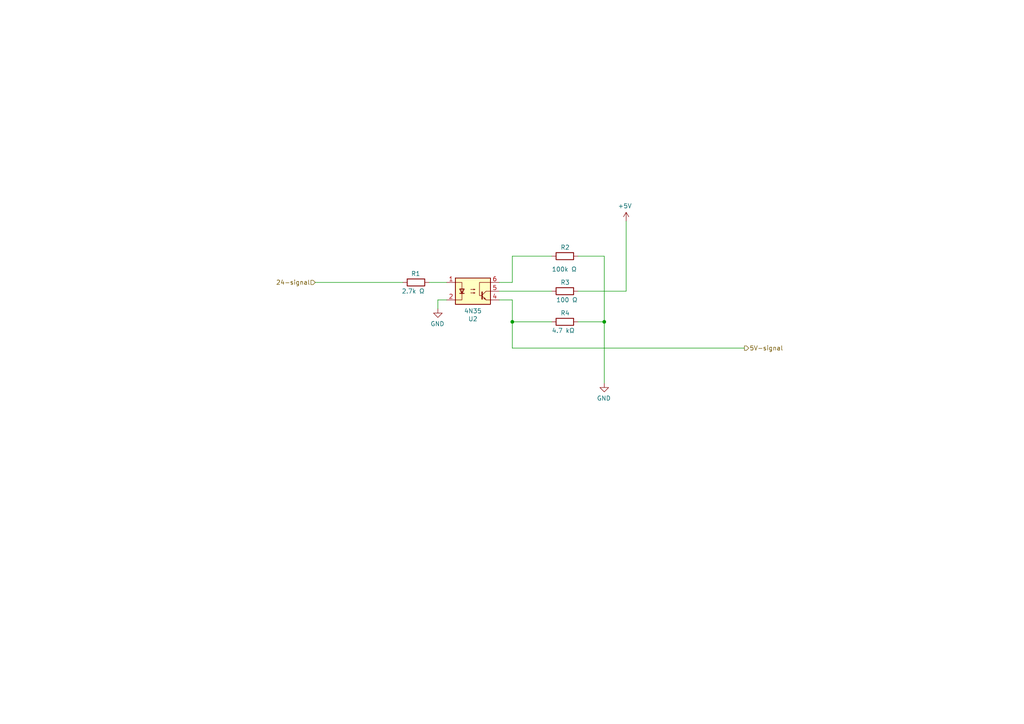
<source format=kicad_sch>
(kicad_sch (version 20211123) (generator eeschema)
  (paper "A4")
  (lib_symbols
    (symbol "Device:R" (pin_numbers hide) (pin_names (offset 0))
      (property "Reference" "R" (at 2.032 0 90))
      (property "Value" "R" (at 0 0 90))
      (symbol "R_0_1"
        (rectangle (start -1.016 -2.54) (end 1.016 2.54) (stroke (width 0.254)))
      )
      (symbol "R_1_1"
        (pin passive line (at 0 3.81 270) (length 1.27) (name "~") (number "1"))
        (pin passive line (at 0 -3.81 90) (length 1.27) (name "~") (number "2"))
      )
    )
    (symbol "Isolator:4N35" (pin_names (offset 1.016))
      (property "Reference" "U" (at -5.08 5.08 0))
      (property "Value" "4N35" (at 0 5.08 0))
      (symbol "4N35_0_1"
        (rectangle (start -5.08 3.81) (end 5.08 -3.81) (stroke (width 0.254)) (fill (type background)))
        (polyline (pts (xy -3.81 -0.635) (xy -2.54 -0.635)) (stroke (width 0.254)))
        (polyline (pts (xy 2.667 -1.397) (xy 3.81 -2.54)))
        (polyline (pts (xy 2.667 -1.143) (xy 3.81 0)))
        (polyline (pts (xy 3.81 -2.54) (xy 5.08 -2.54)))
        (polyline (pts (xy 3.81 0) (xy 5.08 0)))
        (polyline (pts (xy 2.667 -0.254) (xy 2.667 -2.286) (xy 2.667 -2.286)) (stroke (width 0.3556)))
        (polyline (pts (xy -5.08 -2.54) (xy -3.175 -2.54) (xy -3.175 2.54) (xy -5.08 2.54)))
        (polyline (pts (xy -3.175 -0.635) (xy -3.81 0.635) (xy -2.54 0.635) (xy -3.175 -0.635)) (stroke (width 0.254)))
        (polyline (pts (xy 3.683 -2.413) (xy 3.429 -1.905) (xy 3.175 -2.159) (xy 3.683 -2.413)))
        (polyline (pts (xy 5.08 2.54) (xy 1.905 2.54) (xy 1.905 -1.27) (xy 2.54 -1.27)))
        (polyline (pts (xy -0.635 -0.508) (xy 0.635 -0.508) (xy 0.254 -0.635) (xy 0.254 -0.381) (xy 0.635 -0.508)))
        (polyline (pts (xy -0.635 0.508) (xy 0.635 0.508) (xy 0.254 0.381) (xy 0.254 0.635) (xy 0.635 0.508)))
      )
      (symbol "4N35_1_1"
        (pin passive line (at -7.62 2.54 0) (length 2.54) (name "~") (number "1"))
        (pin passive line (at -7.62 -2.54 0) (length 2.54) (name "~") (number "2"))
        (pin no_connect line (at -5.08 0 0) (length 2.54) hide (name "NC") (number "3"))
        (pin passive line (at 7.62 -2.54 180) (length 2.54) (name "~") (number "4"))
        (pin passive line (at 7.62 0 180) (length 2.54) (name "~") (number "5"))
        (pin passive line (at 7.62 2.54 180) (length 2.54) (name "~") (number "6"))
      )
    )
    (symbol "power:+5V" (power) (pin_names (offset 0))
      (property "Value" "+5V" (at 0 3.556 0))
      (symbol "+5V_0_1"
        (polyline (pts (xy -0.762 1.27) (xy 0 2.54)))
        (polyline (pts (xy 0 0) (xy 0 2.54)))
        (polyline (pts (xy 0 2.54) (xy 0.762 1.27)))
      )
      (symbol "+5V_1_1"
        (pin power_in line (at 0 0 90) (length 0) hide (name "+5V") (number "1"))
      )
    )
    (symbol "power:GND" (power) (pin_names (offset 0))
      (property "Value" "GND" (at 0 -3.81 0))
      (symbol "GND_0_1"
        (polyline (pts (xy 0 0) (xy 0 -1.27) (xy 1.27 -1.27) (xy 0 -2.54) (xy -1.27 -1.27) (xy 0 -1.27)))
      )
      (symbol "GND_1_1"
        (pin power_in line (at 0 0 270) (length 0) hide (name "GND") (number "1"))
      )
    )
  )
  (junction (at 148.59 93.345))
  (junction (at 175.26 93.345))
  (wire (pts (xy 167.64 74.295) (xy 175.26 74.295)))
  (wire (pts (xy 148.59 74.295) (xy 160.02 74.295)))
  (wire (pts (xy 181.61 84.455) (xy 181.61 64.135)))
  (wire (pts (xy 167.64 84.455) (xy 181.61 84.455)))
  (wire (pts (xy 148.59 100.965) (xy 215.9 100.965)))
  (wire (pts (xy 148.59 100.965) (xy 148.59 93.345)))
  (wire (pts (xy 91.44 81.915) (xy 116.84 81.915)))
  (wire (pts (xy 144.78 81.915) (xy 148.59 81.915)))
  (wire (pts (xy 127 86.995) (xy 127 89.535)))
  (wire (pts (xy 175.26 93.345) (xy 175.26 74.295)))
  (wire (pts (xy 175.26 93.345) (xy 167.64 93.345)))
  (wire (pts (xy 160.02 93.345) (xy 148.59 93.345)))
  (wire (pts (xy 129.54 81.915) (xy 124.46 81.915)))
  (wire (pts (xy 144.78 84.455) (xy 160.02 84.455)))
  (wire (pts (xy 129.54 86.995) (xy 127 86.995)))
  (wire (pts (xy 175.26 93.345) (xy 175.26 111.125)))
  (wire (pts (xy 148.59 86.995) (xy 148.59 93.345)))
  (wire (pts (xy 148.59 81.915) (xy 148.59 74.295)))
  (wire (pts (xy 144.78 86.995) (xy 148.59 86.995)))
  (hierarchical_label "5V-signal" (shape output) (at 215.9 100.965 0))
  (hierarchical_label "24-signal" (shape input) (at 91.44 81.915 180))
  (symbol (lib_id "Device:R") (at 163.83 74.295 270) (mirror x) (unit 1)
    (property "Reference" "R2" (at 162.56 71.755 90) (effects (justify left)))
    (property "Value" "100k Ω" (at 160.02 78.105 90) (effects (justify left)))
    (property "Footprint" "Resistor_THT:R_Axial_DIN0207_L6.3mm_D2.5mm_P2.54mm_Vertical" (effects hide))
  )
  (symbol (lib_id "power:+5V") (at 181.61 64.135 0) (mirror y) (unit 1)
    (property "Reference" "#PWR0109" (effects hide))
    (property "Value" "+5V" (at 181.229 59.7408 0))
  )
  (symbol (lib_id "Device:R") (at 163.83 93.345 270) (mirror x) (unit 1)
    (property "Reference" "R4" (at 162.56 90.805 90) (effects (justify left)))
    (property "Value" "4.7 kΩ" (at 160.02 95.885 90) (effects (justify left)))
    (property "Footprint" "Resistor_THT:R_Axial_DIN0207_L6.3mm_D2.5mm_P2.54mm_Vertical" (effects hide))
  )
  (symbol (lib_id "power:GND") (at 127 89.535 0) (mirror y) (unit 1)
    (property "Reference" "#PWR0108" (effects hide))
    (property "Value" "GND" (at 126.873 93.9292 0))
  )
  (symbol (lib_id "Isolator:4N35") (at 137.16 84.455 0) (unit 1)
    (property "Reference" "U2" (at 137.16 92.5068 0))
    (property "Value" "4N35" (at 137.16 90.1954 0))
    (property "Footprint" "Package_DIP:DIP-6_W7.62mm_Socket" (effects hide))
    (property "Datasheet" "https://www.vishay.com/docs/81181/4n35.pdf" (effects hide))
  )
  (symbol (lib_id "Device:R") (at 120.65 81.915 90) (mirror x) (unit 1)
    (property "Reference" "R1" (at 121.92 79.375 90) (effects (justify left)))
    (property "Value" "2.7k Ω" (at 123.19 84.455 90) (effects (justify left)))
    (property "Footprint" "Resistor_THT:R_Axial_DIN0207_L6.3mm_D2.5mm_P2.54mm_Vertical" (effects hide))
  )
  (symbol (lib_id "power:GND") (at 175.26 111.125 0) (mirror y) (unit 1)
    (property "Reference" "#PWR0110" (effects hide))
    (property "Value" "GND" (at 175.133 115.5192 0))
  )
  (symbol (lib_id "Device:R") (at 163.83 84.455 270) (mirror x) (unit 1)
    (property "Reference" "R3" (at 162.56 81.915 90) (effects (justify left)))
    (property "Value" "100 Ω" (at 161.29 86.995 90) (effects (justify left)))
    (property "Footprint" "Resistor_THT:R_Axial_DIN0207_L6.3mm_D2.5mm_P2.54mm_Vertical" (effects hide))
  )
)
</source>
